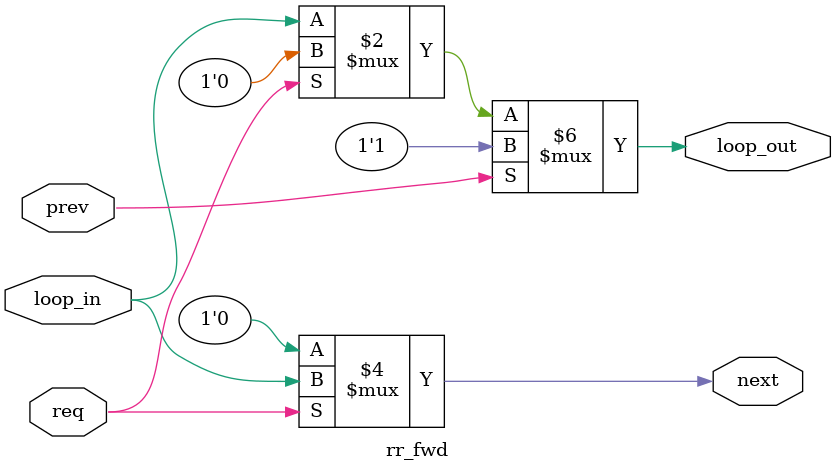
<source format=v>
module rr_fwd(
	input  wire prev,  
	input  wire req,   
	output reg  next, 
	input  wire loop_in, 
	output reg  loop_out 
);
	always @*
	begin
		if( prev )
		begin
			loop_out = 1'b1;
		end
		else 
		begin
			loop_out = req ? 1'b0 : loop_in;
		end
	end
	always @*
	begin
		next = req ? loop_in : 1'b0;
	end
endmodule
</source>
